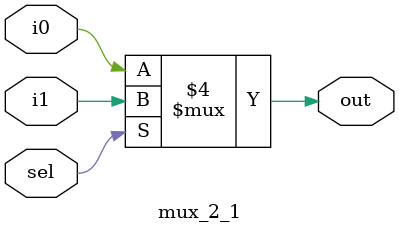
<source format=v>
module mux_2_1(
input sel,i0,i1,
output reg out);
always@(sel or i0 or i1)begin
if (sel==1)
out=i1;
else
out=i0;
end
endmodule

</source>
